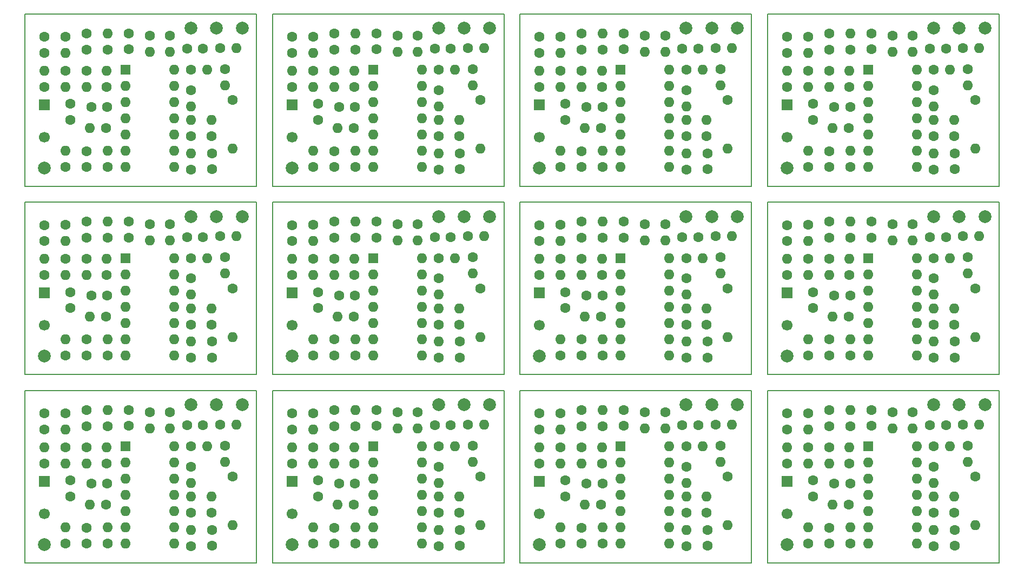
<source format=gbr>
G04 #@! TF.FileFunction,Copper,L1,Top,Signal*
%FSLAX46Y46*%
G04 Gerber Fmt 4.6, Leading zero omitted, Abs format (unit mm)*
G04 Created by KiCad (PCBNEW 4.0.6-e0-6349~53~ubuntu16.04.1) date Thu Mar 16 16:11:01 2017*
%MOMM*%
%LPD*%
G01*
G04 APERTURE LIST*
%ADD10C,0.100000*%
%ADD11C,0.150000*%
%ADD12C,1.600000*%
%ADD13O,1.600000X1.600000*%
%ADD14C,1.998980*%
%ADD15C,1.700000*%
%ADD16R,1.700000X1.700000*%
%ADD17R,1.600000X1.600000*%
G04 APERTURE END LIST*
D10*
D11*
X167500800Y-101002920D02*
X131250800Y-101002920D01*
X167500800Y-71502920D02*
X131250800Y-71502920D01*
X167500800Y-42002920D02*
X131250800Y-42002920D01*
X128750800Y-101002920D02*
X92500800Y-101002920D01*
X128750800Y-71502920D02*
X92500800Y-71502920D01*
X128750800Y-42002920D02*
X92500800Y-42002920D01*
X90000800Y-101002920D02*
X53750800Y-101002920D01*
X90000800Y-71502920D02*
X53750800Y-71502920D01*
X90000800Y-42002920D02*
X53750800Y-42002920D01*
X51250800Y-101002920D02*
X15000800Y-101002920D01*
X51250800Y-71502920D02*
X15000800Y-71502920D01*
X167500800Y-74002920D02*
X167500800Y-101002920D01*
X167500800Y-44502920D02*
X167500800Y-71502920D01*
X167500800Y-15002920D02*
X167500800Y-42002920D01*
X128750800Y-74002920D02*
X128750800Y-101002920D01*
X128750800Y-44502920D02*
X128750800Y-71502920D01*
X128750800Y-15002920D02*
X128750800Y-42002920D01*
X90000800Y-74002920D02*
X90000800Y-101002920D01*
X90000800Y-44502920D02*
X90000800Y-71502920D01*
X90000800Y-15002920D02*
X90000800Y-42002920D01*
X51250800Y-74002920D02*
X51250800Y-101002920D01*
X51250800Y-44502920D02*
X51250800Y-71502920D01*
X131250800Y-101002920D02*
X131250800Y-74002920D01*
X131250800Y-71502920D02*
X131250800Y-44502920D01*
X131250800Y-42002920D02*
X131250800Y-15002920D01*
X92500800Y-101002920D02*
X92500800Y-74002920D01*
X92500800Y-71502920D02*
X92500800Y-44502920D01*
X92500800Y-42002920D02*
X92500800Y-15002920D01*
X53750800Y-101002920D02*
X53750800Y-74002920D01*
X53750800Y-71502920D02*
X53750800Y-44502920D01*
X53750800Y-42002920D02*
X53750800Y-15002920D01*
X15000800Y-101002920D02*
X15000800Y-74002920D01*
X15000800Y-71502920D02*
X15000800Y-44502920D01*
X167500800Y-74002920D02*
X131250800Y-74002920D01*
X167500800Y-44502920D02*
X131250800Y-44502920D01*
X167500800Y-15002920D02*
X131250800Y-15002920D01*
X128750800Y-74002920D02*
X92500800Y-74002920D01*
X128750800Y-44502920D02*
X92500800Y-44502920D01*
X128750800Y-15002920D02*
X92500800Y-15002920D01*
X90000800Y-74002920D02*
X53750800Y-74002920D01*
X90000800Y-44502920D02*
X53750800Y-44502920D01*
X90000800Y-15002920D02*
X53750800Y-15002920D01*
X51250800Y-74002920D02*
X15000800Y-74002920D01*
X51250800Y-44502920D02*
X15000800Y-44502920D01*
X51250800Y-15002920D02*
X15000800Y-15002920D01*
X51250800Y-42002920D02*
X15000800Y-42002920D01*
X51250800Y-15002920D02*
X51250800Y-42002920D01*
X15000800Y-42002920D02*
X15000800Y-15002920D01*
D12*
X147506800Y-77050920D03*
X147506800Y-79550920D03*
X147506800Y-47550920D03*
X147506800Y-50050920D03*
X147506800Y-18050920D03*
X147506800Y-20550920D03*
X108756800Y-77050920D03*
X108756800Y-79550920D03*
X108756800Y-47550920D03*
X108756800Y-50050920D03*
X108756800Y-18050920D03*
X108756800Y-20550920D03*
X70006800Y-77050920D03*
X70006800Y-79550920D03*
X70006800Y-47550920D03*
X70006800Y-50050920D03*
X70006800Y-18050920D03*
X70006800Y-20550920D03*
X31256800Y-77050920D03*
X31256800Y-79550920D03*
X31256800Y-47550920D03*
X31256800Y-50050920D03*
X144077800Y-85432920D03*
D13*
X144077800Y-82892920D03*
D12*
X144077800Y-55932920D03*
D13*
X144077800Y-53392920D03*
D12*
X144077800Y-26432920D03*
D13*
X144077800Y-23892920D03*
D12*
X105327800Y-85432920D03*
D13*
X105327800Y-82892920D03*
D12*
X105327800Y-55932920D03*
D13*
X105327800Y-53392920D03*
D12*
X105327800Y-26432920D03*
D13*
X105327800Y-23892920D03*
D12*
X66577800Y-85432920D03*
D13*
X66577800Y-82892920D03*
D12*
X66577800Y-55932920D03*
D13*
X66577800Y-53392920D03*
D12*
X66577800Y-26432920D03*
D13*
X66577800Y-23892920D03*
D12*
X27827800Y-85432920D03*
D13*
X27827800Y-82892920D03*
D12*
X27827800Y-55932920D03*
D13*
X27827800Y-53392920D03*
D12*
X144204800Y-79590920D03*
D13*
X144204800Y-77050920D03*
D12*
X144204800Y-50090920D03*
D13*
X144204800Y-47550920D03*
D12*
X144204800Y-20590920D03*
D13*
X144204800Y-18050920D03*
D12*
X105454800Y-79590920D03*
D13*
X105454800Y-77050920D03*
D12*
X105454800Y-50090920D03*
D13*
X105454800Y-47550920D03*
D12*
X105454800Y-20590920D03*
D13*
X105454800Y-18050920D03*
D12*
X66704800Y-79590920D03*
D13*
X66704800Y-77050920D03*
D12*
X66704800Y-50090920D03*
D13*
X66704800Y-47550920D03*
D12*
X66704800Y-20590920D03*
D13*
X66704800Y-18050920D03*
D12*
X27954800Y-79590920D03*
D13*
X27954800Y-77050920D03*
D12*
X27954800Y-50090920D03*
D13*
X27954800Y-47550920D03*
D12*
X140902800Y-79590920D03*
X140902800Y-77050920D03*
X140902800Y-50090920D03*
X140902800Y-47550920D03*
X140902800Y-20590920D03*
X140902800Y-18050920D03*
X102152800Y-79590920D03*
X102152800Y-77050920D03*
X102152800Y-50090920D03*
X102152800Y-47550920D03*
X102152800Y-20590920D03*
X102152800Y-18050920D03*
X63402800Y-79590920D03*
X63402800Y-77050920D03*
X63402800Y-50090920D03*
X63402800Y-47550920D03*
X63402800Y-20590920D03*
X63402800Y-18050920D03*
X24652800Y-79590920D03*
X24652800Y-77050920D03*
X24652800Y-50090920D03*
X24652800Y-47550920D03*
X134298800Y-85432920D03*
D13*
X134298800Y-82892920D03*
D12*
X134298800Y-55932920D03*
D13*
X134298800Y-53392920D03*
D12*
X134298800Y-26432920D03*
D13*
X134298800Y-23892920D03*
D12*
X95548800Y-85432920D03*
D13*
X95548800Y-82892920D03*
D12*
X95548800Y-55932920D03*
D13*
X95548800Y-53392920D03*
D12*
X95548800Y-26432920D03*
D13*
X95548800Y-23892920D03*
D12*
X56798800Y-85432920D03*
D13*
X56798800Y-82892920D03*
D12*
X56798800Y-55932920D03*
D13*
X56798800Y-53392920D03*
D12*
X56798800Y-26432920D03*
D13*
X56798800Y-23892920D03*
D12*
X18048800Y-85432920D03*
D13*
X18048800Y-82892920D03*
D12*
X18048800Y-55932920D03*
D13*
X18048800Y-53392920D03*
D12*
X134298800Y-80098920D03*
X134298800Y-77598920D03*
X134298800Y-50598920D03*
X134298800Y-48098920D03*
X134298800Y-21098920D03*
X134298800Y-18598920D03*
X95548800Y-80098920D03*
X95548800Y-77598920D03*
X95548800Y-50598920D03*
X95548800Y-48098920D03*
X95548800Y-21098920D03*
X95548800Y-18598920D03*
X56798800Y-80098920D03*
X56798800Y-77598920D03*
X56798800Y-50598920D03*
X56798800Y-48098920D03*
X56798800Y-21098920D03*
X56798800Y-18598920D03*
X18048800Y-80098920D03*
X18048800Y-77598920D03*
X18048800Y-50598920D03*
X18048800Y-48098920D03*
X137600800Y-77558920D03*
D13*
X137600800Y-80098920D03*
D12*
X137600800Y-48058920D03*
D13*
X137600800Y-50598920D03*
D12*
X137600800Y-18558920D03*
D13*
X137600800Y-21098920D03*
D12*
X98850800Y-77558920D03*
D13*
X98850800Y-80098920D03*
D12*
X98850800Y-48058920D03*
D13*
X98850800Y-50598920D03*
D12*
X98850800Y-18558920D03*
D13*
X98850800Y-21098920D03*
D12*
X60100800Y-77558920D03*
D13*
X60100800Y-80098920D03*
D12*
X60100800Y-48058920D03*
D13*
X60100800Y-50598920D03*
D12*
X60100800Y-18558920D03*
D13*
X60100800Y-21098920D03*
D12*
X21350800Y-77558920D03*
D13*
X21350800Y-80098920D03*
D12*
X21350800Y-48058920D03*
D13*
X21350800Y-50598920D03*
D12*
X137600800Y-82892920D03*
D13*
X137600800Y-85432920D03*
D12*
X137600800Y-53392920D03*
D13*
X137600800Y-55932920D03*
D12*
X137600800Y-23892920D03*
D13*
X137600800Y-26432920D03*
D12*
X98850800Y-82892920D03*
D13*
X98850800Y-85432920D03*
D12*
X98850800Y-53392920D03*
D13*
X98850800Y-55932920D03*
D12*
X98850800Y-23892920D03*
D13*
X98850800Y-26432920D03*
D12*
X60100800Y-82892920D03*
D13*
X60100800Y-85432920D03*
D12*
X60100800Y-53392920D03*
D13*
X60100800Y-55932920D03*
D12*
X60100800Y-23892920D03*
D13*
X60100800Y-26432920D03*
D12*
X21350800Y-82892920D03*
D13*
X21350800Y-85432920D03*
D12*
X21350800Y-53392920D03*
D13*
X21350800Y-55932920D03*
D12*
X140902800Y-82892920D03*
D13*
X140902800Y-85432920D03*
D12*
X140902800Y-53392920D03*
D13*
X140902800Y-55932920D03*
D12*
X140902800Y-23892920D03*
D13*
X140902800Y-26432920D03*
D12*
X102152800Y-82892920D03*
D13*
X102152800Y-85432920D03*
D12*
X102152800Y-53392920D03*
D13*
X102152800Y-55932920D03*
D12*
X102152800Y-23892920D03*
D13*
X102152800Y-26432920D03*
D12*
X63402800Y-82892920D03*
D13*
X63402800Y-85432920D03*
D12*
X63402800Y-53392920D03*
D13*
X63402800Y-55932920D03*
D12*
X63402800Y-23892920D03*
D13*
X63402800Y-26432920D03*
D12*
X24652800Y-82892920D03*
D13*
X24652800Y-85432920D03*
D12*
X24652800Y-53392920D03*
D13*
X24652800Y-55932920D03*
D12*
X157285800Y-98386920D03*
D13*
X157285800Y-95846920D03*
D12*
X157285800Y-68886920D03*
D13*
X157285800Y-66346920D03*
D12*
X157285800Y-39386920D03*
D13*
X157285800Y-36846920D03*
D12*
X118535800Y-98386920D03*
D13*
X118535800Y-95846920D03*
D12*
X118535800Y-68886920D03*
D13*
X118535800Y-66346920D03*
D12*
X118535800Y-39386920D03*
D13*
X118535800Y-36846920D03*
D12*
X79785800Y-98386920D03*
D13*
X79785800Y-95846920D03*
D12*
X79785800Y-68886920D03*
D13*
X79785800Y-66346920D03*
D12*
X79785800Y-39386920D03*
D13*
X79785800Y-36846920D03*
D12*
X41035800Y-98386920D03*
D13*
X41035800Y-95846920D03*
D12*
X41035800Y-68886920D03*
D13*
X41035800Y-66346920D03*
D12*
X160460800Y-93179920D03*
D13*
X160460800Y-90639920D03*
D12*
X160460800Y-63679920D03*
D13*
X160460800Y-61139920D03*
D12*
X160460800Y-34179920D03*
D13*
X160460800Y-31639920D03*
D12*
X121710800Y-93179920D03*
D13*
X121710800Y-90639920D03*
D12*
X121710800Y-63679920D03*
D13*
X121710800Y-61139920D03*
D12*
X121710800Y-34179920D03*
D13*
X121710800Y-31639920D03*
D12*
X82960800Y-93179920D03*
D13*
X82960800Y-90639920D03*
D12*
X82960800Y-63679920D03*
D13*
X82960800Y-61139920D03*
D12*
X82960800Y-34179920D03*
D13*
X82960800Y-31639920D03*
D12*
X44210800Y-93179920D03*
D13*
X44210800Y-90639920D03*
D12*
X44210800Y-63679920D03*
D13*
X44210800Y-61139920D03*
D12*
X160587800Y-95846920D03*
X160587800Y-98346920D03*
X160587800Y-66346920D03*
X160587800Y-68846920D03*
X160587800Y-36846920D03*
X160587800Y-39346920D03*
X121837800Y-95846920D03*
X121837800Y-98346920D03*
X121837800Y-66346920D03*
X121837800Y-68846920D03*
X121837800Y-36846920D03*
X121837800Y-39346920D03*
X83087800Y-95846920D03*
X83087800Y-98346920D03*
X83087800Y-66346920D03*
X83087800Y-68846920D03*
X83087800Y-36846920D03*
X83087800Y-39346920D03*
X44337800Y-95846920D03*
X44337800Y-98346920D03*
X44337800Y-66346920D03*
X44337800Y-68846920D03*
X157285800Y-93179920D03*
D13*
X157285800Y-90639920D03*
D12*
X157285800Y-63679920D03*
D13*
X157285800Y-61139920D03*
D12*
X157285800Y-34179920D03*
D13*
X157285800Y-31639920D03*
D12*
X118535800Y-93179920D03*
D13*
X118535800Y-90639920D03*
D12*
X118535800Y-63679920D03*
D13*
X118535800Y-61139920D03*
D12*
X118535800Y-34179920D03*
D13*
X118535800Y-31639920D03*
D12*
X79785800Y-93179920D03*
D13*
X79785800Y-90639920D03*
D12*
X79785800Y-63679920D03*
D13*
X79785800Y-61139920D03*
D12*
X79785800Y-34179920D03*
D13*
X79785800Y-31639920D03*
D12*
X41035800Y-93179920D03*
D13*
X41035800Y-90639920D03*
D12*
X41035800Y-63679920D03*
D13*
X41035800Y-61139920D03*
D14*
X161250800Y-76252920D03*
X161250800Y-46752920D03*
X161250800Y-17252920D03*
X122500800Y-76252920D03*
X122500800Y-46752920D03*
X122500800Y-17252920D03*
X83750800Y-76252920D03*
X83750800Y-46752920D03*
X83750800Y-17252920D03*
X45000800Y-76252920D03*
X45000800Y-46752920D03*
D12*
X156650800Y-79463920D03*
X159150800Y-79463920D03*
X156650800Y-49963920D03*
X159150800Y-49963920D03*
X156650800Y-20463920D03*
X159150800Y-20463920D03*
X117900800Y-79463920D03*
X120400800Y-79463920D03*
X117900800Y-49963920D03*
X120400800Y-49963920D03*
X117900800Y-20463920D03*
X120400800Y-20463920D03*
X79150800Y-79463920D03*
X81650800Y-79463920D03*
X79150800Y-49963920D03*
X81650800Y-49963920D03*
X79150800Y-20463920D03*
X81650800Y-20463920D03*
X40400800Y-79463920D03*
X42900800Y-79463920D03*
X40400800Y-49963920D03*
X42900800Y-49963920D03*
X150808800Y-77431920D03*
D13*
X150808800Y-79971920D03*
D12*
X150808800Y-47931920D03*
D13*
X150808800Y-50471920D03*
D12*
X150808800Y-18431920D03*
D13*
X150808800Y-20971920D03*
D12*
X112058800Y-77431920D03*
D13*
X112058800Y-79971920D03*
D12*
X112058800Y-47931920D03*
D13*
X112058800Y-50471920D03*
D12*
X112058800Y-18431920D03*
D13*
X112058800Y-20971920D03*
D12*
X73308800Y-77431920D03*
D13*
X73308800Y-79971920D03*
D12*
X73308800Y-47931920D03*
D13*
X73308800Y-50471920D03*
D12*
X73308800Y-18431920D03*
D13*
X73308800Y-20971920D03*
D12*
X34558800Y-77431920D03*
D13*
X34558800Y-79971920D03*
D12*
X34558800Y-47931920D03*
D13*
X34558800Y-50471920D03*
D12*
X161857800Y-79336920D03*
D13*
X164397800Y-79336920D03*
D12*
X161857800Y-49836920D03*
D13*
X164397800Y-49836920D03*
D12*
X161857800Y-20336920D03*
D13*
X164397800Y-20336920D03*
D12*
X123107800Y-79336920D03*
D13*
X125647800Y-79336920D03*
D12*
X123107800Y-49836920D03*
D13*
X125647800Y-49836920D03*
D12*
X123107800Y-20336920D03*
D13*
X125647800Y-20336920D03*
D12*
X84357800Y-79336920D03*
D13*
X86897800Y-79336920D03*
D12*
X84357800Y-49836920D03*
D13*
X86897800Y-49836920D03*
D12*
X84357800Y-20336920D03*
D13*
X86897800Y-20336920D03*
D12*
X45607800Y-79336920D03*
D13*
X48147800Y-79336920D03*
D12*
X45607800Y-49836920D03*
D13*
X48147800Y-49836920D03*
D14*
X157250800Y-76252920D03*
X157250800Y-46752920D03*
X157250800Y-17252920D03*
X118500800Y-76252920D03*
X118500800Y-46752920D03*
X118500800Y-17252920D03*
X79750800Y-76252920D03*
X79750800Y-46752920D03*
X79750800Y-17252920D03*
X41000800Y-76252920D03*
X41000800Y-46752920D03*
D12*
X153983800Y-77431920D03*
D13*
X153983800Y-79971920D03*
D12*
X153983800Y-47931920D03*
D13*
X153983800Y-50471920D03*
D12*
X153983800Y-18431920D03*
D13*
X153983800Y-20971920D03*
D12*
X115233800Y-77431920D03*
D13*
X115233800Y-79971920D03*
D12*
X115233800Y-47931920D03*
D13*
X115233800Y-50471920D03*
D12*
X115233800Y-18431920D03*
D13*
X115233800Y-20971920D03*
D12*
X76483800Y-77431920D03*
D13*
X76483800Y-79971920D03*
D12*
X76483800Y-47931920D03*
D13*
X76483800Y-50471920D03*
D12*
X76483800Y-18431920D03*
D13*
X76483800Y-20971920D03*
D12*
X37733800Y-77431920D03*
D13*
X37733800Y-79971920D03*
D12*
X37733800Y-47931920D03*
D13*
X37733800Y-50471920D03*
D14*
X165250800Y-76252920D03*
X165250800Y-46752920D03*
X165250800Y-17252920D03*
X126500800Y-76252920D03*
X126500800Y-46752920D03*
X126500800Y-17252920D03*
X87750800Y-76252920D03*
X87750800Y-46752920D03*
X87750800Y-17252920D03*
X49000800Y-76252920D03*
X49000800Y-46752920D03*
D12*
X144204800Y-98005920D03*
D13*
X144204800Y-95465920D03*
D12*
X144204800Y-68505920D03*
D13*
X144204800Y-65965920D03*
D12*
X144204800Y-39005920D03*
D13*
X144204800Y-36465920D03*
D12*
X105454800Y-98005920D03*
D13*
X105454800Y-95465920D03*
D12*
X105454800Y-68505920D03*
D13*
X105454800Y-65965920D03*
D12*
X105454800Y-39005920D03*
D13*
X105454800Y-36465920D03*
D12*
X66704800Y-98005920D03*
D13*
X66704800Y-95465920D03*
D12*
X66704800Y-68505920D03*
D13*
X66704800Y-65965920D03*
D12*
X66704800Y-39005920D03*
D13*
X66704800Y-36465920D03*
D12*
X27954800Y-98005920D03*
D13*
X27954800Y-95465920D03*
D12*
X27954800Y-68505920D03*
D13*
X27954800Y-65965920D03*
D12*
X140902800Y-98005920D03*
X140902800Y-95505920D03*
X140902800Y-68505920D03*
X140902800Y-66005920D03*
X140902800Y-39005920D03*
X140902800Y-36505920D03*
X102152800Y-98005920D03*
X102152800Y-95505920D03*
X102152800Y-68505920D03*
X102152800Y-66005920D03*
X102152800Y-39005920D03*
X102152800Y-36505920D03*
X63402800Y-98005920D03*
X63402800Y-95505920D03*
X63402800Y-68505920D03*
X63402800Y-66005920D03*
X63402800Y-39005920D03*
X63402800Y-36505920D03*
X24652800Y-98005920D03*
X24652800Y-95505920D03*
X24652800Y-68505920D03*
X24652800Y-66005920D03*
X137600800Y-98005920D03*
D13*
X137600800Y-95465920D03*
D12*
X137600800Y-68505920D03*
D13*
X137600800Y-65965920D03*
D12*
X137600800Y-39005920D03*
D13*
X137600800Y-36465920D03*
D12*
X98850800Y-98005920D03*
D13*
X98850800Y-95465920D03*
D12*
X98850800Y-68505920D03*
D13*
X98850800Y-65965920D03*
D12*
X98850800Y-39005920D03*
D13*
X98850800Y-36465920D03*
D12*
X60100800Y-98005920D03*
D13*
X60100800Y-95465920D03*
D12*
X60100800Y-68505920D03*
D13*
X60100800Y-65965920D03*
D12*
X60100800Y-39005920D03*
D13*
X60100800Y-36465920D03*
D12*
X21350800Y-98005920D03*
D13*
X21350800Y-95465920D03*
D12*
X21350800Y-68505920D03*
D13*
X21350800Y-65965920D03*
D15*
X134298800Y-93306920D03*
D16*
X134298800Y-88226920D03*
D15*
X134298800Y-63806920D03*
D16*
X134298800Y-58726920D03*
D15*
X134298800Y-34306920D03*
D16*
X134298800Y-29226920D03*
D15*
X95548800Y-93306920D03*
D16*
X95548800Y-88226920D03*
D15*
X95548800Y-63806920D03*
D16*
X95548800Y-58726920D03*
D15*
X95548800Y-34306920D03*
D16*
X95548800Y-29226920D03*
D15*
X56798800Y-93306920D03*
D16*
X56798800Y-88226920D03*
D15*
X56798800Y-63806920D03*
D16*
X56798800Y-58726920D03*
D15*
X56798800Y-34306920D03*
D16*
X56798800Y-29226920D03*
D15*
X18048800Y-93306920D03*
D16*
X18048800Y-88226920D03*
D15*
X18048800Y-63806920D03*
D16*
X18048800Y-58726920D03*
D12*
X138362800Y-88099920D03*
X138362800Y-90599920D03*
X138362800Y-58599920D03*
X138362800Y-61099920D03*
X138362800Y-29099920D03*
X138362800Y-31599920D03*
X99612800Y-88099920D03*
X99612800Y-90599920D03*
X99612800Y-58599920D03*
X99612800Y-61099920D03*
X99612800Y-29099920D03*
X99612800Y-31599920D03*
X60862800Y-88099920D03*
X60862800Y-90599920D03*
X60862800Y-58599920D03*
X60862800Y-61099920D03*
X60862800Y-29099920D03*
X60862800Y-31599920D03*
X22112800Y-88099920D03*
X22112800Y-90599920D03*
X22112800Y-58599920D03*
X22112800Y-61099920D03*
X143950800Y-91909920D03*
D13*
X141410800Y-91909920D03*
D12*
X143950800Y-62409920D03*
D13*
X141410800Y-62409920D03*
D12*
X143950800Y-32909920D03*
D13*
X141410800Y-32909920D03*
D12*
X105200800Y-91909920D03*
D13*
X102660800Y-91909920D03*
D12*
X105200800Y-62409920D03*
D13*
X102660800Y-62409920D03*
D12*
X105200800Y-32909920D03*
D13*
X102660800Y-32909920D03*
D12*
X66450800Y-91909920D03*
D13*
X63910800Y-91909920D03*
D12*
X66450800Y-62409920D03*
D13*
X63910800Y-62409920D03*
D12*
X66450800Y-32909920D03*
D13*
X63910800Y-32909920D03*
D12*
X27700800Y-91909920D03*
D13*
X25160800Y-91909920D03*
D12*
X27700800Y-62409920D03*
D13*
X25160800Y-62409920D03*
D14*
X134298800Y-98132920D03*
X134298800Y-68632920D03*
X134298800Y-39132920D03*
X95548800Y-98132920D03*
X95548800Y-68632920D03*
X95548800Y-39132920D03*
X56798800Y-98132920D03*
X56798800Y-68632920D03*
X56798800Y-39132920D03*
X18048800Y-98132920D03*
X18048800Y-68632920D03*
D12*
X141664800Y-88607920D03*
X144164800Y-88607920D03*
X141664800Y-59107920D03*
X144164800Y-59107920D03*
X141664800Y-29607920D03*
X144164800Y-29607920D03*
X102914800Y-88607920D03*
X105414800Y-88607920D03*
X102914800Y-59107920D03*
X105414800Y-59107920D03*
X102914800Y-29607920D03*
X105414800Y-29607920D03*
X64164800Y-88607920D03*
X66664800Y-88607920D03*
X64164800Y-59107920D03*
X66664800Y-59107920D03*
X64164800Y-29607920D03*
X66664800Y-29607920D03*
X25414800Y-88607920D03*
X27914800Y-88607920D03*
X25414800Y-59107920D03*
X27914800Y-59107920D03*
X162619800Y-82638920D03*
D13*
X162619800Y-85178920D03*
D12*
X162619800Y-53138920D03*
D13*
X162619800Y-55678920D03*
D12*
X162619800Y-23638920D03*
D13*
X162619800Y-26178920D03*
D12*
X123869800Y-82638920D03*
D13*
X123869800Y-85178920D03*
D12*
X123869800Y-53138920D03*
D13*
X123869800Y-55678920D03*
D12*
X123869800Y-23638920D03*
D13*
X123869800Y-26178920D03*
D12*
X85119800Y-82638920D03*
D13*
X85119800Y-85178920D03*
D12*
X85119800Y-53138920D03*
D13*
X85119800Y-55678920D03*
D12*
X85119800Y-23638920D03*
D13*
X85119800Y-26178920D03*
D12*
X46369800Y-82638920D03*
D13*
X46369800Y-85178920D03*
D12*
X46369800Y-53138920D03*
D13*
X46369800Y-55678920D03*
D12*
X163750800Y-87502920D03*
D13*
X163750800Y-95122920D03*
D12*
X163750800Y-58002920D03*
D13*
X163750800Y-65622920D03*
D12*
X163750800Y-28502920D03*
D13*
X163750800Y-36122920D03*
D12*
X125000800Y-87502920D03*
D13*
X125000800Y-95122920D03*
D12*
X125000800Y-58002920D03*
D13*
X125000800Y-65622920D03*
D12*
X125000800Y-28502920D03*
D13*
X125000800Y-36122920D03*
D12*
X86250800Y-87502920D03*
D13*
X86250800Y-95122920D03*
D12*
X86250800Y-58002920D03*
D13*
X86250800Y-65622920D03*
D12*
X86250800Y-28502920D03*
D13*
X86250800Y-36122920D03*
D12*
X47500800Y-87502920D03*
D13*
X47500800Y-95122920D03*
D12*
X47500800Y-58002920D03*
D13*
X47500800Y-65622920D03*
D12*
X157285800Y-82765920D03*
D13*
X159825800Y-82765920D03*
D12*
X157285800Y-53265920D03*
D13*
X159825800Y-53265920D03*
D12*
X157285800Y-23765920D03*
D13*
X159825800Y-23765920D03*
D12*
X118535800Y-82765920D03*
D13*
X121075800Y-82765920D03*
D12*
X118535800Y-53265920D03*
D13*
X121075800Y-53265920D03*
D12*
X118535800Y-23765920D03*
D13*
X121075800Y-23765920D03*
D12*
X79785800Y-82765920D03*
D13*
X82325800Y-82765920D03*
D12*
X79785800Y-53265920D03*
D13*
X82325800Y-53265920D03*
D12*
X79785800Y-23765920D03*
D13*
X82325800Y-23765920D03*
D12*
X41035800Y-82765920D03*
D13*
X43575800Y-82765920D03*
D12*
X41035800Y-53265920D03*
D13*
X43575800Y-53265920D03*
D12*
X157285800Y-85940920D03*
D13*
X157285800Y-88480920D03*
D12*
X157285800Y-56440920D03*
D13*
X157285800Y-58980920D03*
D12*
X157285800Y-26940920D03*
D13*
X157285800Y-29480920D03*
D12*
X118535800Y-85940920D03*
D13*
X118535800Y-88480920D03*
D12*
X118535800Y-56440920D03*
D13*
X118535800Y-58980920D03*
D12*
X118535800Y-26940920D03*
D13*
X118535800Y-29480920D03*
D12*
X79785800Y-85940920D03*
D13*
X79785800Y-88480920D03*
D12*
X79785800Y-56440920D03*
D13*
X79785800Y-58980920D03*
D12*
X79785800Y-26940920D03*
D13*
X79785800Y-29480920D03*
D12*
X41035800Y-85940920D03*
D13*
X41035800Y-88480920D03*
D12*
X41035800Y-56440920D03*
D13*
X41035800Y-58980920D03*
D17*
X146998800Y-82765920D03*
D13*
X154618800Y-98005920D03*
X146998800Y-85305920D03*
X154618800Y-95465920D03*
X146998800Y-87845920D03*
X154618800Y-92925920D03*
X146998800Y-90385920D03*
X154618800Y-90385920D03*
X146998800Y-92925920D03*
X154618800Y-87845920D03*
X146998800Y-95465920D03*
X154618800Y-85305920D03*
X146998800Y-98005920D03*
X154618800Y-82765920D03*
D17*
X146998800Y-53265920D03*
D13*
X154618800Y-68505920D03*
X146998800Y-55805920D03*
X154618800Y-65965920D03*
X146998800Y-58345920D03*
X154618800Y-63425920D03*
X146998800Y-60885920D03*
X154618800Y-60885920D03*
X146998800Y-63425920D03*
X154618800Y-58345920D03*
X146998800Y-65965920D03*
X154618800Y-55805920D03*
X146998800Y-68505920D03*
X154618800Y-53265920D03*
D17*
X146998800Y-23765920D03*
D13*
X154618800Y-39005920D03*
X146998800Y-26305920D03*
X154618800Y-36465920D03*
X146998800Y-28845920D03*
X154618800Y-33925920D03*
X146998800Y-31385920D03*
X154618800Y-31385920D03*
X146998800Y-33925920D03*
X154618800Y-28845920D03*
X146998800Y-36465920D03*
X154618800Y-26305920D03*
X146998800Y-39005920D03*
X154618800Y-23765920D03*
D17*
X108248800Y-82765920D03*
D13*
X115868800Y-98005920D03*
X108248800Y-85305920D03*
X115868800Y-95465920D03*
X108248800Y-87845920D03*
X115868800Y-92925920D03*
X108248800Y-90385920D03*
X115868800Y-90385920D03*
X108248800Y-92925920D03*
X115868800Y-87845920D03*
X108248800Y-95465920D03*
X115868800Y-85305920D03*
X108248800Y-98005920D03*
X115868800Y-82765920D03*
D17*
X108248800Y-53265920D03*
D13*
X115868800Y-68505920D03*
X108248800Y-55805920D03*
X115868800Y-65965920D03*
X108248800Y-58345920D03*
X115868800Y-63425920D03*
X108248800Y-60885920D03*
X115868800Y-60885920D03*
X108248800Y-63425920D03*
X115868800Y-58345920D03*
X108248800Y-65965920D03*
X115868800Y-55805920D03*
X108248800Y-68505920D03*
X115868800Y-53265920D03*
D17*
X108248800Y-23765920D03*
D13*
X115868800Y-39005920D03*
X108248800Y-26305920D03*
X115868800Y-36465920D03*
X108248800Y-28845920D03*
X115868800Y-33925920D03*
X108248800Y-31385920D03*
X115868800Y-31385920D03*
X108248800Y-33925920D03*
X115868800Y-28845920D03*
X108248800Y-36465920D03*
X115868800Y-26305920D03*
X108248800Y-39005920D03*
X115868800Y-23765920D03*
D17*
X69498800Y-82765920D03*
D13*
X77118800Y-98005920D03*
X69498800Y-85305920D03*
X77118800Y-95465920D03*
X69498800Y-87845920D03*
X77118800Y-92925920D03*
X69498800Y-90385920D03*
X77118800Y-90385920D03*
X69498800Y-92925920D03*
X77118800Y-87845920D03*
X69498800Y-95465920D03*
X77118800Y-85305920D03*
X69498800Y-98005920D03*
X77118800Y-82765920D03*
D17*
X69498800Y-53265920D03*
D13*
X77118800Y-68505920D03*
X69498800Y-55805920D03*
X77118800Y-65965920D03*
X69498800Y-58345920D03*
X77118800Y-63425920D03*
X69498800Y-60885920D03*
X77118800Y-60885920D03*
X69498800Y-63425920D03*
X77118800Y-58345920D03*
X69498800Y-65965920D03*
X77118800Y-55805920D03*
X69498800Y-68505920D03*
X77118800Y-53265920D03*
D17*
X69498800Y-23765920D03*
D13*
X77118800Y-39005920D03*
X69498800Y-26305920D03*
X77118800Y-36465920D03*
X69498800Y-28845920D03*
X77118800Y-33925920D03*
X69498800Y-31385920D03*
X77118800Y-31385920D03*
X69498800Y-33925920D03*
X77118800Y-28845920D03*
X69498800Y-36465920D03*
X77118800Y-26305920D03*
X69498800Y-39005920D03*
X77118800Y-23765920D03*
D17*
X30748800Y-82765920D03*
D13*
X38368800Y-98005920D03*
X30748800Y-85305920D03*
X38368800Y-95465920D03*
X30748800Y-87845920D03*
X38368800Y-92925920D03*
X30748800Y-90385920D03*
X38368800Y-90385920D03*
X30748800Y-92925920D03*
X38368800Y-87845920D03*
X30748800Y-95465920D03*
X38368800Y-85305920D03*
X30748800Y-98005920D03*
X38368800Y-82765920D03*
D17*
X30748800Y-53265920D03*
D13*
X38368800Y-68505920D03*
X30748800Y-55805920D03*
X38368800Y-65965920D03*
X30748800Y-58345920D03*
X38368800Y-63425920D03*
X30748800Y-60885920D03*
X38368800Y-60885920D03*
X30748800Y-63425920D03*
X38368800Y-58345920D03*
X30748800Y-65965920D03*
X38368800Y-55805920D03*
X30748800Y-68505920D03*
X38368800Y-53265920D03*
D12*
X24652800Y-20590920D03*
X24652800Y-18050920D03*
X31256800Y-18050920D03*
X31256800Y-20550920D03*
X25414800Y-29607920D03*
X27914800Y-29607920D03*
X18048800Y-21098920D03*
X18048800Y-18598920D03*
X24652800Y-39005920D03*
X24652800Y-36505920D03*
X44337800Y-36846920D03*
X44337800Y-39346920D03*
X22112800Y-29099920D03*
X22112800Y-31599920D03*
X40400800Y-20463920D03*
X42900800Y-20463920D03*
D15*
X18048800Y-34306920D03*
D16*
X18048800Y-29226920D03*
D14*
X49000800Y-17252920D03*
X18048800Y-39132920D03*
X41000800Y-17252920D03*
X45000800Y-17252920D03*
D12*
X21350800Y-23892920D03*
D13*
X21350800Y-26432920D03*
D12*
X18048800Y-26432920D03*
D13*
X18048800Y-23892920D03*
D12*
X21350800Y-18558920D03*
D13*
X21350800Y-21098920D03*
D12*
X27954800Y-20590920D03*
D13*
X27954800Y-18050920D03*
D12*
X24652800Y-23892920D03*
D13*
X24652800Y-26432920D03*
D12*
X27827800Y-26432920D03*
D13*
X27827800Y-23892920D03*
D12*
X27700800Y-32909920D03*
D13*
X25160800Y-32909920D03*
D12*
X21350800Y-39005920D03*
D13*
X21350800Y-36465920D03*
D12*
X27954800Y-39005920D03*
D13*
X27954800Y-36465920D03*
D12*
X46369800Y-23638920D03*
D13*
X46369800Y-26178920D03*
D12*
X37733800Y-18431920D03*
D13*
X37733800Y-20971920D03*
D12*
X44210800Y-34179920D03*
D13*
X44210800Y-31639920D03*
D12*
X41035800Y-34179920D03*
D13*
X41035800Y-31639920D03*
D12*
X41035800Y-39386920D03*
D13*
X41035800Y-36846920D03*
D12*
X34558800Y-18431920D03*
D13*
X34558800Y-20971920D03*
D12*
X41035800Y-23765920D03*
D13*
X43575800Y-23765920D03*
D12*
X41035800Y-26940920D03*
D13*
X41035800Y-29480920D03*
D12*
X45607800Y-20336920D03*
D13*
X48147800Y-20336920D03*
D17*
X30748800Y-23765920D03*
D13*
X38368800Y-39005920D03*
X30748800Y-26305920D03*
X38368800Y-36465920D03*
X30748800Y-28845920D03*
X38368800Y-33925920D03*
X30748800Y-31385920D03*
X38368800Y-31385920D03*
X30748800Y-33925920D03*
X38368800Y-28845920D03*
X30748800Y-36465920D03*
X38368800Y-26305920D03*
X30748800Y-39005920D03*
X38368800Y-23765920D03*
D12*
X47500800Y-28502920D03*
D13*
X47500800Y-36122920D03*
M02*

</source>
